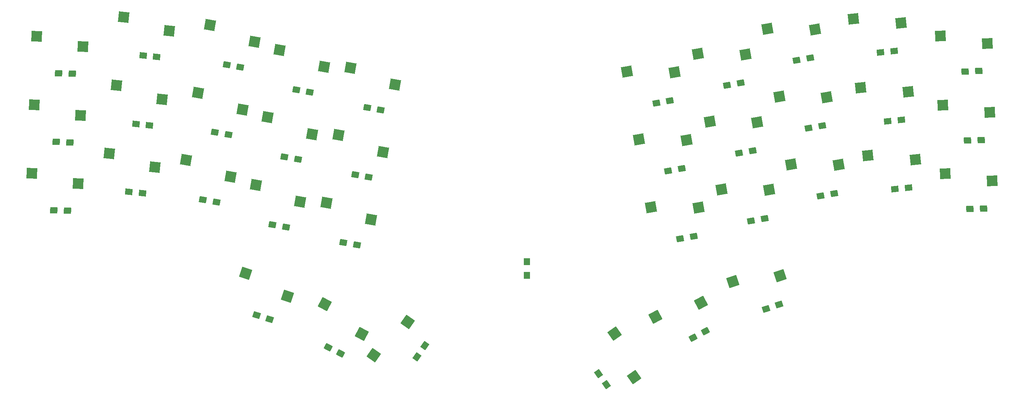
<source format=gbr>
%TF.GenerationSoftware,KiCad,Pcbnew,9.0.7*%
%TF.CreationDate,2026-02-25T20:28:23+01:00*%
%TF.ProjectId,AFF314KEEB,41464633-3134-44b4-9545-422e6b696361,rev?*%
%TF.SameCoordinates,Original*%
%TF.FileFunction,Paste,Bot*%
%TF.FilePolarity,Positive*%
%FSLAX46Y46*%
G04 Gerber Fmt 4.6, Leading zero omitted, Abs format (unit mm)*
G04 Created by KiCad (PCBNEW 9.0.7) date 2026-02-25 20:28:23*
%MOMM*%
%LPD*%
G01*
G04 APERTURE LIST*
G04 Aperture macros list*
%AMRotRect*
0 Rectangle, with rotation*
0 The origin of the aperture is its center*
0 $1 length*
0 $2 width*
0 $3 Rotation angle, in degrees counterclockwise*
0 Add horizontal line*
21,1,$1,$2,0,0,$3*%
G04 Aperture macros list end*
%ADD10RotRect,2.600000X2.600000X350.000000*%
%ADD11RotRect,2.600000X2.600000X354.000000*%
%ADD12RotRect,2.600000X2.600000X10.000000*%
%ADD13RotRect,2.600000X2.600000X28.000000*%
%ADD14RotRect,2.600000X2.600000X18.000000*%
%ADD15RotRect,2.600000X2.600000X2.000000*%
%ADD16RotRect,2.600000X2.600000X358.000000*%
%ADD17RotRect,2.600000X2.600000X6.000000*%
%ADD18RotRect,2.600000X2.600000X55.000000*%
%ADD19RotRect,2.600000X2.600000X305.000000*%
%ADD20RotRect,2.600000X2.600000X342.000000*%
%ADD21RotRect,2.600000X2.600000X332.000000*%
%ADD22RotRect,1.800000X1.500000X170.000000*%
%ADD23RotRect,1.800000X1.500000X125.000000*%
%ADD24RotRect,1.800000X1.500000X186.000000*%
%ADD25RotRect,1.800000X1.500000X190.000000*%
%ADD26RotRect,1.800000X1.500000X182.000000*%
%ADD27RotRect,1.800000X1.500000X178.000000*%
%ADD28R,1.500000X1.800000*%
%ADD29RotRect,1.800000X1.500000X208.000000*%
%ADD30RotRect,1.800000X1.500000X162.000000*%
%ADD31RotRect,1.800000X1.500000X198.000000*%
%ADD32RotRect,1.800000X1.500000X235.000000*%
%ADD33RotRect,1.800000X1.500000X174.000000*%
%ADD34RotRect,1.800000X1.500000X152.000000*%
G04 APERTURE END LIST*
D10*
%TO.C,SWL4*%
X105783138Y-59778803D03*
X94790634Y-55606589D03*
%TD*%
D11*
%TO.C,SWL2*%
X67498401Y-50871352D03*
X56241636Y-47476100D03*
%TD*%
D12*
%TO.C,SWL26*%
X218280954Y-67124491D03*
X230037509Y-67285431D03*
%TD*%
D13*
%TO.C,SWL35*%
X187706432Y-121548693D03*
X198937314Y-118068781D03*
%TD*%
D12*
%TO.C,SWL31*%
X221232973Y-83866223D03*
X232989528Y-84027163D03*
%TD*%
D10*
%TO.C,SWL10*%
X109356777Y-76655757D03*
X120349281Y-80827971D03*
%TD*%
D14*
%TO.C,SWL36*%
X206780624Y-112896099D03*
X218445164Y-111419277D03*
%TD*%
D15*
%TO.C,SWL23*%
X258085720Y-52184368D03*
X269705463Y-53979939D03*
%TD*%
D16*
%TO.C,SWL1*%
X34747145Y-52201217D03*
X46213330Y-54802966D03*
%TD*%
D10*
%TO.C,SWL3*%
X77602404Y-49428017D03*
X88594908Y-53600231D03*
%TD*%
D17*
%TO.C,SWL27*%
X238410092Y-64935020D03*
X250126783Y-65915665D03*
%TD*%
D12*
%TO.C,SWL21*%
X215328935Y-50382759D03*
X227085490Y-50543699D03*
%TD*%
D15*
%TO.C,SWL28*%
X258682503Y-69273950D03*
X270302246Y-71069521D03*
%TD*%
D11*
%TO.C,SWL7*%
X54464652Y-64382972D03*
X65721417Y-67778224D03*
%TD*%
D12*
%TO.C,SWL25*%
X201092724Y-73303062D03*
X212849279Y-73464002D03*
%TD*%
%TO.C,SWL20*%
X198140705Y-56561331D03*
X209897260Y-56722271D03*
%TD*%
%TO.C,SWL24*%
X183591927Y-77708980D03*
X195348482Y-77869920D03*
%TD*%
%TO.C,SWL19*%
X180639908Y-60967248D03*
X192396463Y-61128188D03*
%TD*%
D18*
%TO.C,SWL18*%
X118060856Y-131084619D03*
X126487799Y-122885280D03*
%TD*%
D10*
%TO.C,SWL14*%
X88903961Y-88991572D03*
X99896465Y-93163786D03*
%TD*%
%TO.C,SWL5*%
X112291431Y-60012506D03*
X123283935Y-64184720D03*
%TD*%
D17*
%TO.C,SWL22*%
X236622655Y-47928695D03*
X248339346Y-48909340D03*
%TD*%
D12*
%TO.C,SWL30*%
X204044743Y-90044794D03*
X215801298Y-90205734D03*
%TD*%
%TO.C,SWL29*%
X186543946Y-94450712D03*
X198300501Y-94611652D03*
%TD*%
D10*
%TO.C,SWL13*%
X71715731Y-82813000D03*
X82708235Y-86985214D03*
%TD*%
D11*
%TO.C,SWL12*%
X52698120Y-81190393D03*
X63954885Y-84585645D03*
%TD*%
D10*
%TO.C,SWL9*%
X91855980Y-72249840D03*
X102848484Y-76422054D03*
%TD*%
%TO.C,SWL8*%
X74650385Y-66169749D03*
X85642889Y-70341963D03*
%TD*%
D16*
%TO.C,SWL11*%
X33564051Y-86080565D03*
X45030236Y-88682314D03*
%TD*%
D19*
%TO.C,SWL34*%
X177605598Y-125731919D03*
X182428272Y-136454994D03*
%TD*%
D16*
%TO.C,SWL6*%
X34153853Y-69190860D03*
X45620038Y-71792609D03*
%TD*%
D20*
%TO.C,SWL16*%
X86413042Y-110860391D03*
X96717907Y-116521862D03*
%TD*%
D15*
%TO.C,SWL33*%
X259272304Y-86163655D03*
X270892047Y-87959226D03*
%TD*%
D10*
%TO.C,SWL15*%
X106404758Y-93397489D03*
X117397262Y-97569703D03*
%TD*%
D21*
%TO.C,SWL17*%
X105933642Y-118460908D03*
X115098850Y-125825790D03*
%TD*%
D17*
%TO.C,SWL32*%
X240176623Y-81742440D03*
X251893314Y-82723085D03*
%TD*%
D22*
%TO.C,DL3*%
X85083864Y-59835269D03*
X81735518Y-59244865D03*
%TD*%
D23*
%TO.C,DL34*%
X175536752Y-138381149D03*
X173586592Y-135596029D03*
%TD*%
D24*
%TO.C,DL22*%
X246682924Y-55870618D03*
X243301550Y-56226016D03*
%TD*%
D25*
%TO.C,DL21*%
X225918697Y-57603566D03*
X222570351Y-58193970D03*
%TD*%
D26*
%TO.C,DL23*%
X267567484Y-60808712D03*
X264169552Y-60927370D03*
%TD*%
D22*
%TO.C,DL9*%
X99337440Y-82657091D03*
X95989094Y-82066687D03*
%TD*%
D25*
%TO.C,DL29*%
X197133708Y-101671518D03*
X193785362Y-102261922D03*
%TD*%
D27*
%TO.C,DL6*%
X43010913Y-78455611D03*
X39612983Y-78336953D03*
%TD*%
D22*
%TO.C,DL14*%
X96385421Y-99398823D03*
X93037075Y-98808419D03*
%TD*%
D28*
%TO.C,DL37*%
X155910000Y-111360000D03*
X155910000Y-107960000D03*
%TD*%
D29*
%TO.C,DL35*%
X200009247Y-125143674D03*
X197007225Y-126739876D03*
%TD*%
D30*
%TO.C,DL16*%
X92373284Y-122207578D03*
X89139692Y-121156920D03*
%TD*%
D22*
%TO.C,DL4*%
X102272094Y-66013840D03*
X98923748Y-65423436D03*
%TD*%
D25*
%TO.C,DL31*%
X231822735Y-91087031D03*
X228474389Y-91677433D03*
%TD*%
D24*
%TO.C,DL32*%
X250236892Y-89684362D03*
X246855518Y-90039760D03*
%TD*%
D22*
%TO.C,DL10*%
X116838237Y-87063009D03*
X113489891Y-86472605D03*
%TD*%
D31*
%TO.C,DL36*%
X218272269Y-118572824D03*
X215038677Y-119623482D03*
%TD*%
D22*
%TO.C,DL8*%
X82131845Y-76577001D03*
X78783499Y-75986597D03*
%TD*%
D25*
%TO.C,DL24*%
X194181689Y-84929787D03*
X190833343Y-85520191D03*
%TD*%
D22*
%TO.C,DL5*%
X119772891Y-70419758D03*
X116424545Y-69829354D03*
%TD*%
D26*
%TO.C,DL28*%
X268164264Y-77898295D03*
X264766334Y-78016953D03*
%TD*%
D25*
%TO.C,DL20*%
X208730467Y-63782139D03*
X205382121Y-64372541D03*
%TD*%
D32*
%TO.C,DL18*%
X130654831Y-128702409D03*
X128704671Y-131487525D03*
%TD*%
D22*
%TO.C,DL15*%
X113886218Y-103804740D03*
X110537872Y-103214336D03*
%TD*%
D25*
%TO.C,DL30*%
X214634505Y-97265601D03*
X211286159Y-97856005D03*
%TD*%
D27*
%TO.C,DL1*%
X43604205Y-61465967D03*
X40206275Y-61347309D03*
%TD*%
D33*
%TO.C,DL2*%
X64430844Y-57336119D03*
X61049470Y-56980723D03*
%TD*%
%TO.C,DL12*%
X60887329Y-91050412D03*
X57505955Y-90695016D03*
%TD*%
%TO.C,DL7*%
X62653860Y-74242992D03*
X59272486Y-73887596D03*
%TD*%
D26*
%TO.C,DL33*%
X268754066Y-94788001D03*
X265356136Y-94906659D03*
%TD*%
D25*
%TO.C,DL26*%
X228870716Y-74345298D03*
X225522370Y-74935702D03*
%TD*%
D22*
%TO.C,DL13*%
X79197191Y-93220252D03*
X75848845Y-92629848D03*
%TD*%
D34*
%TO.C,DL17*%
X109832915Y-130670690D03*
X106830893Y-129074486D03*
%TD*%
D24*
%TO.C,DL27*%
X248470360Y-72876942D03*
X245088986Y-73232340D03*
%TD*%
D27*
%TO.C,DL11*%
X42421113Y-95345316D03*
X39023183Y-95226658D03*
%TD*%
D25*
%TO.C,DL19*%
X191229670Y-68188055D03*
X187881324Y-68778459D03*
%TD*%
%TO.C,DL25*%
X211682487Y-80523869D03*
X208334139Y-81114273D03*
%TD*%
M02*

</source>
